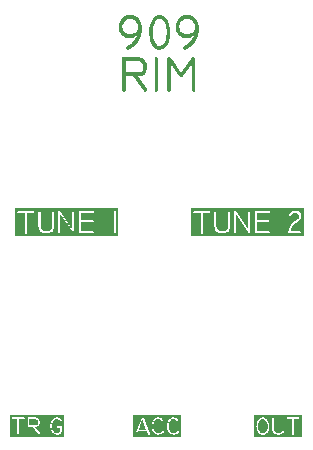
<source format=gbr>
G04 #@! TF.GenerationSoftware,KiCad,Pcbnew,8.0.5*
G04 #@! TF.CreationDate,2024-11-20T22:49:29-05:00*
G04 #@! TF.ProjectId,1U Rim Panel,31552052-696d-4205-9061-6e656c2e6b69,rev?*
G04 #@! TF.SameCoordinates,Original*
G04 #@! TF.FileFunction,Legend,Top*
G04 #@! TF.FilePolarity,Positive*
%FSLAX46Y46*%
G04 Gerber Fmt 4.6, Leading zero omitted, Abs format (unit mm)*
G04 Created by KiCad (PCBNEW 8.0.5) date 2024-11-20 22:49:29*
%MOMM*%
%LPD*%
G01*
G04 APERTURE LIST*
%ADD10C,0.750000*%
%ADD11C,0.375000*%
%ADD12C,0.300000*%
%ADD13C,0.250000*%
G04 APERTURE END LIST*
D10*
G36*
X40321880Y-27325734D02*
G01*
X40471631Y-27366538D01*
X40609109Y-27434544D01*
X40734314Y-27529753D01*
X40833671Y-27639703D01*
X40917339Y-27782620D01*
X40964403Y-27922773D01*
X40987063Y-28077022D01*
X40989304Y-28147443D01*
X40979206Y-28304279D01*
X40941900Y-28467653D01*
X40877105Y-28609921D01*
X40784821Y-28731081D01*
X40702074Y-28804701D01*
X40568942Y-28889386D01*
X40425683Y-28941679D01*
X40319590Y-28953445D01*
X40214810Y-28959306D01*
X40959262Y-30019565D01*
X40989304Y-30112621D01*
X40942409Y-30219600D01*
X40835431Y-30266494D01*
X40715996Y-30200549D01*
X39835989Y-28953445D01*
X39216834Y-28953445D01*
X39216834Y-30106759D01*
X39156727Y-30244031D01*
X39062961Y-30266494D01*
X38927916Y-30198018D01*
X38909820Y-30107492D01*
X38909820Y-28625182D01*
X39216834Y-28625182D01*
X40318857Y-28625182D01*
X40462080Y-28581198D01*
X40530616Y-28532126D01*
X40625275Y-28418473D01*
X40676246Y-28268756D01*
X40685954Y-28148909D01*
X40667079Y-27997941D01*
X40603435Y-27857738D01*
X40526220Y-27769355D01*
X40393877Y-27685859D01*
X40251321Y-27646566D01*
X40159123Y-27640395D01*
X39216834Y-27640395D01*
X39216834Y-28625182D01*
X38909820Y-28625182D01*
X38909820Y-27312133D01*
X40159855Y-27312133D01*
X40321880Y-27325734D01*
G37*
G36*
X41941118Y-30107492D02*
G01*
X41882729Y-30244134D01*
X41791642Y-30266494D01*
X41656597Y-30198018D01*
X41638501Y-30107492D01*
X41638501Y-27471135D01*
X41698322Y-27334492D01*
X41791642Y-27312133D01*
X41923456Y-27380609D01*
X41941118Y-27471135D01*
X41941118Y-30107492D01*
G37*
G36*
X45096247Y-30108225D02*
G01*
X45037858Y-30244237D01*
X44946771Y-30266494D01*
X44811080Y-30198333D01*
X44792898Y-30108225D01*
X44792898Y-27880730D01*
X44079220Y-28911679D01*
X43964995Y-29008210D01*
X43904831Y-29018657D01*
X43768460Y-28956258D01*
X43742898Y-28924135D01*
X43029220Y-27874135D01*
X43029220Y-30108225D01*
X42969114Y-30244237D01*
X42875347Y-30266494D01*
X42740303Y-30198333D01*
X42722207Y-30108225D01*
X42722207Y-27500444D01*
X42780845Y-27360954D01*
X42888536Y-27333382D01*
X43030977Y-27377295D01*
X43109088Y-27457946D01*
X43909227Y-28635440D01*
X44712298Y-27475531D01*
X44810347Y-27358248D01*
X44934314Y-27312133D01*
X45069522Y-27376970D01*
X45096247Y-27496048D01*
X45096247Y-30108225D01*
G37*
G36*
X39694674Y-23765023D02*
G01*
X39865995Y-23799164D01*
X40020727Y-23858910D01*
X40158869Y-23944261D01*
X40280422Y-24055218D01*
X40334977Y-24120299D01*
X40416653Y-24244436D01*
X40481431Y-24381093D01*
X40529310Y-24530269D01*
X40560291Y-24691964D01*
X40574373Y-24866179D01*
X40575312Y-24927033D01*
X40568299Y-25087417D01*
X40547262Y-25247086D01*
X40512200Y-25406040D01*
X40503504Y-25437745D01*
X40456321Y-25583924D01*
X40401048Y-25721860D01*
X40326341Y-25872367D01*
X40240624Y-26011654D01*
X40158389Y-26122113D01*
X40060424Y-26233259D01*
X39947879Y-26341932D01*
X39820753Y-26448132D01*
X39679047Y-26551858D01*
X39549822Y-26636408D01*
X39467426Y-26686314D01*
X39388292Y-26710494D01*
X39284977Y-26661401D01*
X39243211Y-26551492D01*
X39317217Y-26421799D01*
X39467495Y-26325067D01*
X39604355Y-26223184D01*
X39727797Y-26116148D01*
X39837821Y-26003961D01*
X39934426Y-25886621D01*
X40017614Y-25764129D01*
X40102729Y-25603770D01*
X40143735Y-25503690D01*
X40167915Y-25469252D01*
X40057685Y-25581451D01*
X39919703Y-25661593D01*
X39776203Y-25705421D01*
X39611456Y-25724705D01*
X39560483Y-25725707D01*
X39400024Y-25717180D01*
X39253321Y-25691601D01*
X39099553Y-25640205D01*
X38964508Y-25565597D01*
X38863658Y-25483174D01*
X38766015Y-25367664D01*
X38692354Y-25233992D01*
X38642676Y-25082157D01*
X38616980Y-24912161D01*
X38613065Y-24806865D01*
X38613224Y-24803934D01*
X38916414Y-24803934D01*
X38934947Y-24949321D01*
X38998144Y-25093874D01*
X39094515Y-25211311D01*
X39106191Y-25222322D01*
X39232415Y-25314672D01*
X39372950Y-25372818D01*
X39527796Y-25396761D01*
X39560483Y-25397445D01*
X39713446Y-25382201D01*
X39867090Y-25329508D01*
X39990686Y-25249903D01*
X40041153Y-25204737D01*
X40136433Y-25090137D01*
X40205727Y-24948257D01*
X40236524Y-24791064D01*
X40238257Y-24740920D01*
X40222028Y-24593322D01*
X40165928Y-24444686D01*
X40081178Y-24324741D01*
X40033093Y-24275637D01*
X39911081Y-24183191D01*
X39775854Y-24121000D01*
X39627412Y-24089064D01*
X39539234Y-24084395D01*
X39392969Y-24101493D01*
X39248942Y-24160598D01*
X39124378Y-24261921D01*
X39090804Y-24300550D01*
X39006504Y-24427463D01*
X38949794Y-24565852D01*
X38920672Y-24715717D01*
X38916414Y-24803934D01*
X38613224Y-24803934D01*
X38622055Y-24641297D01*
X38649026Y-24486961D01*
X38693977Y-24343855D01*
X38769145Y-24191094D01*
X38868787Y-24053620D01*
X38988525Y-23937705D01*
X39123339Y-23850260D01*
X39273230Y-23791285D01*
X39438197Y-23760781D01*
X39539234Y-23756133D01*
X39694674Y-23765023D01*
G37*
G36*
X42218450Y-23772542D02*
G01*
X42377021Y-23833164D01*
X42501219Y-23920680D01*
X42614597Y-24041013D01*
X42700814Y-24166360D01*
X42733197Y-24222881D01*
X42799479Y-24358886D01*
X42854527Y-24503121D01*
X42898340Y-24655584D01*
X42930920Y-24816276D01*
X42952265Y-24985197D01*
X42962375Y-25162347D01*
X42963274Y-25235512D01*
X42957657Y-25417112D01*
X42940806Y-25590055D01*
X42912720Y-25754339D01*
X42873400Y-25909965D01*
X42822846Y-26056933D01*
X42761058Y-26195243D01*
X42733197Y-26248142D01*
X42649986Y-26381339D01*
X42540214Y-26511376D01*
X42419623Y-26608903D01*
X42288212Y-26673921D01*
X42121226Y-26708688D01*
X42070811Y-26710494D01*
X41922923Y-26694240D01*
X41764126Y-26634188D01*
X41639791Y-26547497D01*
X41526327Y-26428297D01*
X41440078Y-26304130D01*
X41407692Y-26248142D01*
X41341410Y-26112137D01*
X41286362Y-25967902D01*
X41242549Y-25815439D01*
X41209969Y-25654747D01*
X41188624Y-25485826D01*
X41178513Y-25308676D01*
X41177615Y-25235512D01*
X41177685Y-25233313D01*
X41480232Y-25233313D01*
X41485770Y-25402307D01*
X41502385Y-25561976D01*
X41530077Y-25712320D01*
X41576384Y-25875936D01*
X41637768Y-26026858D01*
X41715055Y-26165329D01*
X41815233Y-26281936D01*
X41943041Y-26360021D01*
X42070078Y-26382232D01*
X42227329Y-26347527D01*
X42352702Y-26256949D01*
X42451300Y-26129236D01*
X42506784Y-26026858D01*
X42568168Y-25874223D01*
X42614475Y-25709315D01*
X42642167Y-25558198D01*
X42658783Y-25398066D01*
X42664321Y-25228917D01*
X42658783Y-25059949D01*
X42642167Y-24900357D01*
X42614475Y-24750142D01*
X42568168Y-24586742D01*
X42506784Y-24436105D01*
X42429287Y-24299062D01*
X42328353Y-24183657D01*
X42199038Y-24106377D01*
X42070078Y-24084395D01*
X41913257Y-24119099D01*
X41789004Y-24209678D01*
X41691986Y-24337390D01*
X41637768Y-24439768D01*
X41576384Y-24590691D01*
X41530077Y-24754306D01*
X41502385Y-24904650D01*
X41485770Y-25064319D01*
X41480232Y-25233313D01*
X41177685Y-25233313D01*
X41183321Y-25056036D01*
X41200441Y-24884432D01*
X41228974Y-24720698D01*
X41268920Y-24564836D01*
X41320279Y-24416845D01*
X41383051Y-24276725D01*
X41411355Y-24222881D01*
X41494496Y-24088417D01*
X41603993Y-23957144D01*
X41724103Y-23858690D01*
X41877645Y-23785304D01*
X42045633Y-23756588D01*
X42070811Y-23756133D01*
X42218450Y-23772542D01*
G37*
G36*
X44513097Y-23765023D02*
G01*
X44684418Y-23799164D01*
X44839149Y-23858910D01*
X44977292Y-23944261D01*
X45098844Y-24055218D01*
X45153400Y-24120299D01*
X45235076Y-24244436D01*
X45299854Y-24381093D01*
X45347733Y-24530269D01*
X45378714Y-24691964D01*
X45392796Y-24866179D01*
X45393735Y-24927033D01*
X45386722Y-25087417D01*
X45365685Y-25247086D01*
X45330623Y-25406040D01*
X45321927Y-25437745D01*
X45274744Y-25583924D01*
X45219471Y-25721860D01*
X45144764Y-25872367D01*
X45059047Y-26011654D01*
X44976812Y-26122113D01*
X44878847Y-26233259D01*
X44766302Y-26341932D01*
X44639176Y-26448132D01*
X44497470Y-26551858D01*
X44368245Y-26636408D01*
X44285849Y-26686314D01*
X44206715Y-26710494D01*
X44103400Y-26661401D01*
X44061634Y-26551492D01*
X44135640Y-26421799D01*
X44285918Y-26325067D01*
X44422778Y-26223184D01*
X44546220Y-26116148D01*
X44656243Y-26003961D01*
X44752849Y-25886621D01*
X44836037Y-25764129D01*
X44921152Y-25603770D01*
X44962158Y-25503690D01*
X44986338Y-25469252D01*
X44876108Y-25581451D01*
X44738126Y-25661593D01*
X44594626Y-25705421D01*
X44429879Y-25724705D01*
X44378906Y-25725707D01*
X44218447Y-25717180D01*
X44071744Y-25691601D01*
X43917976Y-25640205D01*
X43782931Y-25565597D01*
X43682081Y-25483174D01*
X43584438Y-25367664D01*
X43510777Y-25233992D01*
X43461099Y-25082157D01*
X43435403Y-24912161D01*
X43431488Y-24806865D01*
X43431647Y-24803934D01*
X43734837Y-24803934D01*
X43753370Y-24949321D01*
X43816567Y-25093874D01*
X43912938Y-25211311D01*
X43924614Y-25222322D01*
X44050838Y-25314672D01*
X44191373Y-25372818D01*
X44346219Y-25396761D01*
X44378906Y-25397445D01*
X44531869Y-25382201D01*
X44685513Y-25329508D01*
X44809109Y-25249903D01*
X44859576Y-25204737D01*
X44954855Y-25090137D01*
X45024150Y-24948257D01*
X45054947Y-24791064D01*
X45056680Y-24740920D01*
X45040451Y-24593322D01*
X44984351Y-24444686D01*
X44899601Y-24324741D01*
X44851516Y-24275637D01*
X44729503Y-24183191D01*
X44594276Y-24121000D01*
X44445834Y-24089064D01*
X44357657Y-24084395D01*
X44211391Y-24101493D01*
X44067364Y-24160598D01*
X43942801Y-24261921D01*
X43909227Y-24300550D01*
X43824927Y-24427463D01*
X43768217Y-24565852D01*
X43739095Y-24715717D01*
X43734837Y-24803934D01*
X43431647Y-24803934D01*
X43440478Y-24641297D01*
X43467449Y-24486961D01*
X43512400Y-24343855D01*
X43587568Y-24191094D01*
X43687210Y-24053620D01*
X43806947Y-23937705D01*
X43941762Y-23850260D01*
X44091653Y-23791285D01*
X44256620Y-23760781D01*
X44357657Y-23756133D01*
X44513097Y-23765023D01*
G37*
D11*
G36*
X50858583Y-57983130D02*
G01*
X50936804Y-58007636D01*
X51006996Y-58050199D01*
X51060770Y-58101054D01*
X51108645Y-58165175D01*
X51121599Y-58186201D01*
X51155448Y-58252644D01*
X51181775Y-58324137D01*
X51200579Y-58400678D01*
X51211862Y-58482269D01*
X51215623Y-58568908D01*
X51215527Y-58583695D01*
X51210907Y-58669304D01*
X51199358Y-58749581D01*
X51180880Y-58824525D01*
X51155472Y-58894137D01*
X51117071Y-58968612D01*
X51087882Y-59010858D01*
X51030328Y-59071235D01*
X50964534Y-59114362D01*
X50890500Y-59140238D01*
X50808226Y-59148863D01*
X50749154Y-59144462D01*
X50673003Y-59123515D01*
X50604497Y-59085317D01*
X50543634Y-59029869D01*
X50497549Y-58968612D01*
X50485083Y-58947816D01*
X50452509Y-58882081D01*
X50427174Y-58811323D01*
X50409078Y-58735541D01*
X50398220Y-58654736D01*
X50394601Y-58568908D01*
X50394693Y-58553985D01*
X50399124Y-58467569D01*
X50410201Y-58386510D01*
X50427924Y-58310810D01*
X50452293Y-58240468D01*
X50489123Y-58165175D01*
X50517150Y-58120954D01*
X50572368Y-58057754D01*
X50635440Y-58012611D01*
X50706365Y-57985526D01*
X50785145Y-57976497D01*
X50858583Y-57983130D01*
G37*
G36*
X54078682Y-59500494D02*
G01*
X50077042Y-59500494D01*
X50077042Y-58570007D01*
X50264542Y-58570007D01*
X50265107Y-58605692D01*
X50271466Y-58692187D01*
X50284892Y-58774799D01*
X50305384Y-58853530D01*
X50332942Y-58928379D01*
X50367565Y-58999346D01*
X50409256Y-59066431D01*
X50449550Y-59118724D01*
X50503766Y-59174285D01*
X50574468Y-59226578D01*
X50651327Y-59263183D01*
X50734343Y-59284100D01*
X50808226Y-59289547D01*
X50868207Y-59286061D01*
X50952640Y-59267758D01*
X51030426Y-59233768D01*
X51101567Y-59184090D01*
X51155774Y-59130708D01*
X51205365Y-59066431D01*
X51222135Y-59040535D01*
X51259326Y-58972802D01*
X51289755Y-58900794D01*
X51313422Y-58824511D01*
X51330327Y-58743952D01*
X51340470Y-58659117D01*
X51343851Y-58570007D01*
X51343277Y-58534084D01*
X51336821Y-58446904D01*
X51323191Y-58363481D01*
X51302388Y-58283815D01*
X51274412Y-58207905D01*
X51239262Y-58135752D01*
X51196939Y-58067356D01*
X51186865Y-58053110D01*
X51133792Y-57988667D01*
X51076212Y-57935530D01*
X51027718Y-57902858D01*
X51607267Y-57902858D01*
X51607267Y-58819135D01*
X51607939Y-58847876D01*
X51618029Y-58929479D01*
X51640225Y-59004153D01*
X51674529Y-59071898D01*
X51720940Y-59132713D01*
X51779458Y-59186598D01*
X51818516Y-59213933D01*
X51890145Y-59251822D01*
X51965947Y-59277055D01*
X52045922Y-59289629D01*
X52130068Y-59289547D01*
X52214922Y-59279261D01*
X52291429Y-59261730D01*
X52380456Y-59227086D01*
X52454644Y-59179562D01*
X52513995Y-59119157D01*
X52558509Y-59045873D01*
X52588184Y-58959709D01*
X52600703Y-58886633D01*
X52604877Y-58806312D01*
X52604877Y-57905056D01*
X52811872Y-57905056D01*
X52816063Y-57936312D01*
X52878917Y-57976497D01*
X53284482Y-57976497D01*
X53284482Y-59245949D01*
X53288695Y-59275282D01*
X53351893Y-59312994D01*
X53381225Y-59308804D01*
X53418938Y-59245949D01*
X53418938Y-57976497D01*
X53824137Y-57976497D01*
X53856546Y-57970846D01*
X53891182Y-57905056D01*
X53886991Y-57874762D01*
X53824137Y-57835813D01*
X52878917Y-57835813D01*
X52849585Y-57840141D01*
X52811872Y-57905056D01*
X52604877Y-57905056D01*
X52604877Y-57902858D01*
X52602661Y-57880073D01*
X52541862Y-57835813D01*
X52516595Y-57839004D01*
X52477015Y-57902492D01*
X52477015Y-58797153D01*
X52471468Y-58874616D01*
X52448934Y-58957986D01*
X52409065Y-59026400D01*
X52351862Y-59079859D01*
X52277324Y-59118363D01*
X52205213Y-59138399D01*
X52122008Y-59148863D01*
X52077449Y-59149840D01*
X52001164Y-59139787D01*
X51929922Y-59114548D01*
X51863722Y-59074125D01*
X51807622Y-59020910D01*
X51767551Y-58959086D01*
X51743508Y-58888653D01*
X51735494Y-58809610D01*
X51735494Y-57902492D01*
X51733279Y-57879831D01*
X51672480Y-57835813D01*
X51647069Y-57839022D01*
X51607267Y-57902858D01*
X51027718Y-57902858D01*
X51014123Y-57893699D01*
X50933666Y-57858425D01*
X50861660Y-57841466D01*
X50785145Y-57835813D01*
X50727695Y-57839431D01*
X50646585Y-57858425D01*
X50571555Y-57893699D01*
X50502604Y-57945253D01*
X50449789Y-58000652D01*
X50401195Y-58067356D01*
X50384648Y-58094263D01*
X50347949Y-58164162D01*
X50317922Y-58237818D01*
X50294568Y-58315230D01*
X50277887Y-58396399D01*
X50267878Y-58481325D01*
X50264583Y-58568908D01*
X50264542Y-58570007D01*
X50077042Y-58570007D01*
X50077042Y-57648313D01*
X54078682Y-57648313D01*
X54078682Y-59500494D01*
G37*
G36*
X40949744Y-58867495D02*
G01*
X40296883Y-58867495D01*
X40613788Y-58012767D01*
X40949744Y-58867495D01*
G37*
G36*
X43895601Y-59477047D02*
G01*
X39844502Y-59477047D01*
X39844502Y-59225067D01*
X40032002Y-59225067D01*
X40035122Y-59250191D01*
X40097214Y-59289547D01*
X40099800Y-59289500D01*
X40155833Y-59241553D01*
X40248523Y-59008179D01*
X41000302Y-59008179D01*
X41094824Y-59243751D01*
X41153809Y-59289547D01*
X41176594Y-59287344D01*
X41220854Y-59226899D01*
X41214259Y-59199055D01*
X40958871Y-58549125D01*
X41405501Y-58549125D01*
X41407928Y-58631024D01*
X41415210Y-58708745D01*
X41427346Y-58782287D01*
X41449342Y-58868338D01*
X41478923Y-58947859D01*
X41516089Y-59020851D01*
X41560840Y-59087314D01*
X41590687Y-59123455D01*
X41643638Y-59175791D01*
X41712469Y-59225559D01*
X41787070Y-59261108D01*
X41867441Y-59282437D01*
X41953582Y-59289547D01*
X41970996Y-59289361D01*
X42045107Y-59283919D01*
X42119296Y-59269035D01*
X42190986Y-59241919D01*
X42223739Y-59224471D01*
X42289298Y-59178303D01*
X42348363Y-59123904D01*
X42400913Y-59065332D01*
X42415568Y-59023933D01*
X42395418Y-58979236D01*
X42350355Y-58959453D01*
X42304193Y-58981068D01*
X42257004Y-59029407D01*
X42197000Y-59076600D01*
X42122340Y-59116746D01*
X42042666Y-59140834D01*
X41957979Y-59148863D01*
X41902360Y-59144766D01*
X41829574Y-59125267D01*
X41762712Y-59089709D01*
X41701777Y-59038092D01*
X41654263Y-58981068D01*
X41626012Y-58937522D01*
X41590700Y-58866558D01*
X41563862Y-58788818D01*
X41545500Y-58704304D01*
X41536671Y-58628700D01*
X41533756Y-58549125D01*
X42698034Y-58549125D01*
X42700462Y-58631024D01*
X42707743Y-58708745D01*
X42719879Y-58782287D01*
X42741875Y-58868338D01*
X42771456Y-58947859D01*
X42808622Y-59020851D01*
X42853373Y-59087314D01*
X42883220Y-59123455D01*
X42936171Y-59175791D01*
X43005002Y-59225559D01*
X43079603Y-59261108D01*
X43159974Y-59282437D01*
X43246115Y-59289547D01*
X43263529Y-59289361D01*
X43337641Y-59283919D01*
X43411829Y-59269035D01*
X43483519Y-59241919D01*
X43516272Y-59224471D01*
X43581831Y-59178303D01*
X43640896Y-59123904D01*
X43693446Y-59065332D01*
X43708101Y-59023933D01*
X43687951Y-58979236D01*
X43642888Y-58959453D01*
X43596726Y-58981068D01*
X43549537Y-59029407D01*
X43489533Y-59076600D01*
X43414873Y-59116746D01*
X43335199Y-59140834D01*
X43250512Y-59148863D01*
X43194893Y-59144766D01*
X43122107Y-59125267D01*
X43055246Y-59089709D01*
X42994310Y-59038092D01*
X42946796Y-58981068D01*
X42918546Y-58937522D01*
X42883233Y-58866558D01*
X42856395Y-58788818D01*
X42838033Y-58704304D01*
X42829205Y-58628700D01*
X42826262Y-58548392D01*
X42828265Y-58477729D01*
X42836405Y-58395455D01*
X42850805Y-58319907D01*
X42876351Y-58238127D01*
X42910912Y-58166034D01*
X42954489Y-58103626D01*
X43002750Y-58054090D01*
X43063830Y-58012376D01*
X43140099Y-57984443D01*
X43214608Y-57976497D01*
X43250080Y-57977159D01*
X43324775Y-57984149D01*
X43397424Y-58003608D01*
X43420445Y-58015093D01*
X43478909Y-58059812D01*
X43525285Y-58117914D01*
X43578041Y-58149055D01*
X43624936Y-58130737D01*
X43645086Y-58087139D01*
X43634461Y-58054166D01*
X43625202Y-58038756D01*
X43581056Y-57976778D01*
X43527246Y-57922052D01*
X43462270Y-57879044D01*
X43439166Y-57868912D01*
X43364060Y-57848014D01*
X43289987Y-57838515D01*
X43214608Y-57835813D01*
X43153652Y-57839579D01*
X43073151Y-57857503D01*
X42998296Y-57890189D01*
X42929086Y-57937635D01*
X42874256Y-57990053D01*
X42863414Y-58002222D01*
X42814368Y-58068200D01*
X42773927Y-58142729D01*
X42742090Y-58225808D01*
X42722815Y-58298428D01*
X42709048Y-58376521D01*
X42700788Y-58460087D01*
X42698034Y-58549125D01*
X41533756Y-58549125D01*
X41533729Y-58548392D01*
X41535732Y-58477729D01*
X41543872Y-58395455D01*
X41558272Y-58319907D01*
X41583818Y-58238127D01*
X41618379Y-58166034D01*
X41661956Y-58103626D01*
X41710217Y-58054090D01*
X41771297Y-58012376D01*
X41847566Y-57984443D01*
X41922075Y-57976497D01*
X41957547Y-57977159D01*
X42032242Y-57984149D01*
X42104891Y-58003608D01*
X42127912Y-58015093D01*
X42186376Y-58059812D01*
X42232752Y-58117914D01*
X42285508Y-58149055D01*
X42332403Y-58130737D01*
X42352553Y-58087139D01*
X42341928Y-58054166D01*
X42332669Y-58038756D01*
X42288523Y-57976778D01*
X42234713Y-57922052D01*
X42169737Y-57879044D01*
X42146633Y-57868912D01*
X42071527Y-57848014D01*
X41997454Y-57838515D01*
X41922075Y-57835813D01*
X41861119Y-57839579D01*
X41780618Y-57857503D01*
X41705763Y-57890189D01*
X41636553Y-57937635D01*
X41581722Y-57990053D01*
X41570881Y-58002222D01*
X41521835Y-58068200D01*
X41481393Y-58142729D01*
X41449557Y-58225808D01*
X41430282Y-58298428D01*
X41416515Y-58376521D01*
X41408255Y-58460087D01*
X41405501Y-58549125D01*
X40958871Y-58549125D01*
X40699884Y-57890035D01*
X40682503Y-57861442D01*
X40613788Y-57835813D01*
X40588235Y-57838127D01*
X40529891Y-57884173D01*
X40160837Y-58867495D01*
X40036398Y-59199055D01*
X40032002Y-59225067D01*
X39844502Y-59225067D01*
X39844502Y-57648313D01*
X43895601Y-57648313D01*
X43895601Y-59477047D01*
G37*
G36*
X31564192Y-57980710D02*
G01*
X31637591Y-58002830D01*
X31700892Y-58043908D01*
X31745135Y-58095886D01*
X31774876Y-58163641D01*
X31784789Y-58242478D01*
X31778298Y-58312274D01*
X31752732Y-58383413D01*
X31702724Y-58443245D01*
X31662900Y-58471196D01*
X31589517Y-58492338D01*
X31026782Y-58492338D01*
X31026782Y-57976497D01*
X31509650Y-57976497D01*
X31564192Y-57980710D01*
G37*
G36*
X33979599Y-59500494D02*
G01*
X29369062Y-59500494D01*
X29369062Y-57905056D01*
X29556562Y-57905056D01*
X29560752Y-57936312D01*
X29623606Y-57976497D01*
X30029172Y-57976497D01*
X30029172Y-59245949D01*
X30033385Y-59275282D01*
X30096583Y-59312994D01*
X30125915Y-59308804D01*
X30163627Y-59245949D01*
X30163627Y-58492338D01*
X30896722Y-58492338D01*
X30896722Y-59221769D01*
X30899825Y-59248179D01*
X30961569Y-59289547D01*
X30990099Y-59285288D01*
X31026782Y-59221403D01*
X31026782Y-58633022D01*
X31354311Y-58633022D01*
X31797612Y-59261703D01*
X31847804Y-59289547D01*
X31892867Y-59269397D01*
X31913017Y-59224334D01*
X31900194Y-59184400D01*
X31515878Y-58637052D01*
X31589517Y-58633022D01*
X31640560Y-58627342D01*
X31709700Y-58602097D01*
X31774165Y-58561215D01*
X31814166Y-58525498D01*
X31858778Y-58466658D01*
X31890101Y-58397511D01*
X31908135Y-58318055D01*
X31913017Y-58241745D01*
X31912896Y-58230183D01*
X31905277Y-58153199D01*
X31882059Y-58073675D01*
X31843362Y-58003173D01*
X31789186Y-57941693D01*
X31739238Y-57903591D01*
X32261063Y-57903591D01*
X32261063Y-59221769D01*
X32264166Y-59248179D01*
X32325909Y-59289547D01*
X32350463Y-59286304D01*
X32388924Y-59221769D01*
X32388924Y-58574037D01*
X32809144Y-58574037D01*
X32809743Y-58607956D01*
X32816489Y-58690612D01*
X32830731Y-58770208D01*
X32852467Y-58846746D01*
X32881700Y-58920224D01*
X32918427Y-58990644D01*
X32962650Y-59058005D01*
X32983954Y-59086043D01*
X33040093Y-59148225D01*
X33100346Y-59199101D01*
X33164714Y-59238671D01*
X33233196Y-59266935D01*
X33305793Y-59283894D01*
X33382504Y-59289547D01*
X33455703Y-59284849D01*
X33542102Y-59263969D01*
X33615701Y-59226385D01*
X33676500Y-59172097D01*
X33724500Y-59101106D01*
X33759699Y-59013410D01*
X33777699Y-58936676D01*
X33788499Y-58850547D01*
X33792099Y-58755021D01*
X33792099Y-58562680D01*
X33428666Y-58562680D01*
X33400135Y-58567008D01*
X33363453Y-58631923D01*
X33366573Y-58659760D01*
X33428666Y-58703364D01*
X33657643Y-58703364D01*
X33657214Y-58751009D01*
X33654397Y-58825653D01*
X33646910Y-58905294D01*
X33630166Y-58982900D01*
X33626375Y-58993111D01*
X33586876Y-59063126D01*
X33531075Y-59112396D01*
X33458969Y-59140921D01*
X33382504Y-59148863D01*
X33310187Y-59142230D01*
X33231938Y-59117724D01*
X33160281Y-59075161D01*
X33104107Y-59024306D01*
X33052776Y-58960185D01*
X33038801Y-58938752D01*
X33002286Y-58872235D01*
X32973886Y-58802395D01*
X32953600Y-58729233D01*
X32941428Y-58652747D01*
X32937371Y-58572938D01*
X32939192Y-58507439D01*
X32946587Y-58430170D01*
X32959671Y-58358017D01*
X32982881Y-58278187D01*
X33014282Y-58205724D01*
X33053875Y-58140628D01*
X33084134Y-58102160D01*
X33142543Y-58047183D01*
X33207894Y-58007913D01*
X33280187Y-57984351D01*
X33359423Y-57976497D01*
X33403129Y-57977927D01*
X33479104Y-57989364D01*
X33548467Y-58017164D01*
X33597264Y-58057385D01*
X33647019Y-58115716D01*
X33701607Y-58144658D01*
X33720394Y-58143201D01*
X33766820Y-58084941D01*
X33752165Y-58043908D01*
X33730198Y-58013821D01*
X33680395Y-57953946D01*
X33623938Y-57903591D01*
X33591495Y-57884065D01*
X33516733Y-57854942D01*
X33438191Y-57840049D01*
X33359423Y-57835813D01*
X33315650Y-57837555D01*
X33232548Y-57851492D01*
X33155372Y-57879364D01*
X33084119Y-57921172D01*
X33018792Y-57976917D01*
X32968879Y-58034016D01*
X32922861Y-58101586D01*
X32884643Y-58175382D01*
X32854225Y-58255402D01*
X32831606Y-58341648D01*
X32819127Y-58415127D01*
X32811640Y-58492590D01*
X32809144Y-58574037D01*
X32388924Y-58574037D01*
X32388924Y-57903591D01*
X32386709Y-57880557D01*
X32325909Y-57835813D01*
X32300642Y-57839057D01*
X32261063Y-57903591D01*
X31739238Y-57903591D01*
X31728461Y-57895370D01*
X31661691Y-57862283D01*
X31588876Y-57842431D01*
X31510016Y-57835813D01*
X30896722Y-57835813D01*
X30896722Y-58492338D01*
X30163627Y-58492338D01*
X30163627Y-57976497D01*
X30568826Y-57976497D01*
X30601235Y-57970846D01*
X30635871Y-57905056D01*
X30631681Y-57874762D01*
X30568826Y-57835813D01*
X29623606Y-57835813D01*
X29594274Y-57840141D01*
X29556562Y-57905056D01*
X29369062Y-57905056D01*
X29369062Y-57648313D01*
X33979599Y-57648313D01*
X33979599Y-59500494D01*
G37*
D12*
G36*
X54294269Y-42512348D02*
G01*
X44683879Y-42512348D01*
X44683879Y-40412875D01*
X44906101Y-40412875D01*
X44911689Y-40454549D01*
X44995494Y-40508130D01*
X45536248Y-40508130D01*
X45536248Y-42200733D01*
X45541866Y-42239842D01*
X45626129Y-42290126D01*
X45665239Y-42284539D01*
X45715522Y-42200733D01*
X45715522Y-40508130D01*
X46255787Y-40508130D01*
X46299000Y-40500595D01*
X46345180Y-40412875D01*
X46344775Y-40409944D01*
X46703729Y-40409944D01*
X46703729Y-41631647D01*
X46704626Y-41669968D01*
X46718078Y-41778773D01*
X46747673Y-41878338D01*
X46793412Y-41968664D01*
X46855293Y-42049751D01*
X46933317Y-42121598D01*
X46985394Y-42158044D01*
X47080900Y-42208563D01*
X47181970Y-42242206D01*
X47288602Y-42258973D01*
X47400798Y-42258863D01*
X47513936Y-42245148D01*
X47615945Y-42221774D01*
X47734647Y-42175581D01*
X47833566Y-42112216D01*
X47912700Y-42031677D01*
X47972051Y-41933964D01*
X48011619Y-41819079D01*
X48028311Y-41721644D01*
X48033875Y-41614550D01*
X48033875Y-40409944D01*
X48033115Y-40402128D01*
X48360184Y-40402128D01*
X48360184Y-42168981D01*
X48364345Y-42204003D01*
X48447134Y-42258863D01*
X48485175Y-42253184D01*
X48534085Y-42168004D01*
X48534085Y-40653699D01*
X49586771Y-42179728D01*
X49601018Y-42202525D01*
X49684957Y-42258863D01*
X49700642Y-42257542D01*
X49719084Y-42227600D01*
X50160742Y-42227600D01*
X51333596Y-42227600D01*
X52898704Y-42227600D01*
X53965557Y-42227600D01*
X54003598Y-42221738D01*
X54052508Y-42133810D01*
X54048347Y-42097265D01*
X53965557Y-42040021D01*
X53131224Y-42040021D01*
X53163207Y-41931635D01*
X53195471Y-41836433D01*
X53232687Y-41743774D01*
X53279723Y-41652163D01*
X53289526Y-41636647D01*
X53356159Y-41545835D01*
X53421918Y-41473149D01*
X53496980Y-41403182D01*
X53581344Y-41335934D01*
X53675010Y-41271405D01*
X53777979Y-41209595D01*
X53813588Y-41188312D01*
X53906634Y-41118920D01*
X53979002Y-41041217D01*
X54030694Y-40955201D01*
X54061709Y-40860874D01*
X54072047Y-40758235D01*
X54071534Y-40735577D01*
X54053569Y-40629503D01*
X54009939Y-40535451D01*
X53940644Y-40453419D01*
X53852640Y-40389191D01*
X53761827Y-40349746D01*
X53659169Y-40326909D01*
X53559626Y-40320551D01*
X53510233Y-40321961D01*
X53395351Y-40337825D01*
X53292752Y-40371316D01*
X53202437Y-40422433D01*
X53124406Y-40491176D01*
X53058658Y-40577546D01*
X53005194Y-40681542D01*
X52996890Y-40717202D01*
X52999947Y-40745257D01*
X53083840Y-40799756D01*
X53156625Y-40749930D01*
X53181183Y-40699681D01*
X53239160Y-40617524D01*
X53321733Y-40552582D01*
X53370826Y-40533134D01*
X53469355Y-40513383D01*
X53570861Y-40508130D01*
X53623325Y-40511049D01*
X53723684Y-40537406D01*
X53805822Y-40591172D01*
X53815642Y-40601377D01*
X53869094Y-40686185D01*
X53886911Y-40785590D01*
X53882260Y-40840797D01*
X53845051Y-40939906D01*
X53779749Y-41016216D01*
X53696402Y-41073796D01*
X53601691Y-41129722D01*
X53513563Y-41188199D01*
X53432018Y-41249229D01*
X53357057Y-41312811D01*
X53275792Y-41392478D01*
X53204008Y-41475820D01*
X53179336Y-41508597D01*
X53118580Y-41601249D01*
X53071430Y-41688580D01*
X53029890Y-41781756D01*
X52993959Y-41880775D01*
X52979011Y-41934580D01*
X52952165Y-42031789D01*
X52925396Y-42129463D01*
X52898704Y-42227600D01*
X51333596Y-42227600D01*
X51371637Y-42221738D01*
X51420547Y-42133810D01*
X51416386Y-42097265D01*
X51333596Y-42040021D01*
X50331712Y-42040021D01*
X50331712Y-41289707D01*
X51275466Y-41289707D01*
X51318679Y-41282288D01*
X51364859Y-41195918D01*
X51359272Y-41154885D01*
X51275466Y-41102128D01*
X50331712Y-41102128D01*
X50331712Y-40508130D01*
X51333596Y-40508130D01*
X51375628Y-40500595D01*
X51420547Y-40412875D01*
X51416386Y-40376901D01*
X51333596Y-40320551D01*
X50160742Y-40320551D01*
X50160742Y-42227600D01*
X49719084Y-42227600D01*
X49751880Y-42174355D01*
X49751880Y-40410921D01*
X49748926Y-40380210D01*
X49667860Y-40320551D01*
X49633980Y-40324852D01*
X49580910Y-40410433D01*
X49580910Y-41880286D01*
X48539458Y-40385031D01*
X48525080Y-40366456D01*
X48435899Y-40320551D01*
X48418153Y-40321826D01*
X48360184Y-40402128D01*
X48033115Y-40402128D01*
X48030922Y-40379565D01*
X47949856Y-40320551D01*
X47916166Y-40324806D01*
X47863394Y-40409456D01*
X47863394Y-41602338D01*
X47855998Y-41705622D01*
X47825952Y-41816781D01*
X47772793Y-41908000D01*
X47696522Y-41979279D01*
X47597139Y-42030618D01*
X47500991Y-42057332D01*
X47390051Y-42071284D01*
X47330639Y-42072586D01*
X47228925Y-42059183D01*
X47133935Y-42025531D01*
X47045669Y-41971633D01*
X46970869Y-41900680D01*
X46917441Y-41818248D01*
X46885384Y-41724337D01*
X46874699Y-41618946D01*
X46874699Y-40409456D01*
X46871745Y-40379242D01*
X46790679Y-40320551D01*
X46756799Y-40324829D01*
X46703729Y-40409944D01*
X46344775Y-40409944D01*
X46339593Y-40372483D01*
X46255787Y-40320551D01*
X44995494Y-40320551D01*
X44956385Y-40326322D01*
X44906101Y-40412875D01*
X44683879Y-40412875D01*
X44683879Y-40098329D01*
X54294269Y-40098329D01*
X54294269Y-42512348D01*
G37*
D13*
G36*
X38577507Y-42512348D02*
G01*
X29787773Y-42512348D01*
X29787773Y-40412875D01*
X30009995Y-40412875D01*
X30015583Y-40454549D01*
X30099388Y-40508130D01*
X30640142Y-40508130D01*
X30640142Y-42200733D01*
X30645760Y-42239842D01*
X30730023Y-42290126D01*
X30769133Y-42284539D01*
X30819416Y-42200733D01*
X30819416Y-40508130D01*
X31359681Y-40508130D01*
X31402894Y-40500595D01*
X31449074Y-40412875D01*
X31448669Y-40409944D01*
X31807623Y-40409944D01*
X31807623Y-41631647D01*
X31808520Y-41669968D01*
X31821972Y-41778773D01*
X31851567Y-41878338D01*
X31897306Y-41968664D01*
X31959187Y-42049751D01*
X32037211Y-42121598D01*
X32089288Y-42158044D01*
X32184794Y-42208563D01*
X32285864Y-42242206D01*
X32392496Y-42258973D01*
X32504692Y-42258863D01*
X32617830Y-42245148D01*
X32719839Y-42221774D01*
X32838541Y-42175581D01*
X32937460Y-42112216D01*
X33016594Y-42031677D01*
X33075945Y-41933964D01*
X33115513Y-41819079D01*
X33132205Y-41721644D01*
X33137769Y-41614550D01*
X33137769Y-40409944D01*
X33137009Y-40402128D01*
X33464078Y-40402128D01*
X33464078Y-42168981D01*
X33468239Y-42204003D01*
X33551028Y-42258863D01*
X33589069Y-42253184D01*
X33637979Y-42168004D01*
X33637979Y-40653699D01*
X34690665Y-42179728D01*
X34704912Y-42202525D01*
X34788851Y-42258863D01*
X34804536Y-42257542D01*
X34822978Y-42227600D01*
X35264636Y-42227600D01*
X36437490Y-42227600D01*
X36475531Y-42221738D01*
X36524441Y-42133810D01*
X36520280Y-42097265D01*
X36437490Y-42040021D01*
X35435606Y-42040021D01*
X35435606Y-41289707D01*
X36379360Y-41289707D01*
X36422573Y-41282288D01*
X36468753Y-41195918D01*
X36463166Y-41154885D01*
X36379360Y-41102128D01*
X35435606Y-41102128D01*
X35435606Y-40508130D01*
X36437490Y-40508130D01*
X36479522Y-40500595D01*
X36524441Y-40412875D01*
X36523876Y-40407990D01*
X38184804Y-40407990D01*
X38184804Y-42171424D01*
X38188941Y-42205494D01*
X38271266Y-42258863D01*
X38304004Y-42254678D01*
X38355285Y-42171424D01*
X38355285Y-40407990D01*
X38352331Y-40378275D01*
X38271266Y-40320551D01*
X38237576Y-40324735D01*
X38184804Y-40407990D01*
X36523876Y-40407990D01*
X36520280Y-40376901D01*
X36437490Y-40320551D01*
X35264636Y-40320551D01*
X35264636Y-42227600D01*
X34822978Y-42227600D01*
X34855774Y-42174355D01*
X34855774Y-40410921D01*
X34852820Y-40380210D01*
X34771754Y-40320551D01*
X34737874Y-40324852D01*
X34684804Y-40410433D01*
X34684804Y-41880286D01*
X33643352Y-40385031D01*
X33628974Y-40366456D01*
X33539793Y-40320551D01*
X33522047Y-40321826D01*
X33464078Y-40402128D01*
X33137009Y-40402128D01*
X33134816Y-40379565D01*
X33053750Y-40320551D01*
X33020060Y-40324806D01*
X32967288Y-40409456D01*
X32967288Y-41602338D01*
X32959892Y-41705622D01*
X32929846Y-41816781D01*
X32876687Y-41908000D01*
X32800416Y-41979279D01*
X32701033Y-42030618D01*
X32604885Y-42057332D01*
X32493945Y-42071284D01*
X32434533Y-42072586D01*
X32332819Y-42059183D01*
X32237829Y-42025531D01*
X32149563Y-41971633D01*
X32074763Y-41900680D01*
X32021335Y-41818248D01*
X31989278Y-41724337D01*
X31978593Y-41618946D01*
X31978593Y-40409456D01*
X31975639Y-40379242D01*
X31894573Y-40320551D01*
X31860693Y-40324829D01*
X31807623Y-40409944D01*
X31448669Y-40409944D01*
X31443487Y-40372483D01*
X31359681Y-40320551D01*
X30099388Y-40320551D01*
X30060279Y-40326322D01*
X30009995Y-40412875D01*
X29787773Y-40412875D01*
X29787773Y-40098329D01*
X38577507Y-40098329D01*
X38577507Y-42512348D01*
G37*
M02*

</source>
